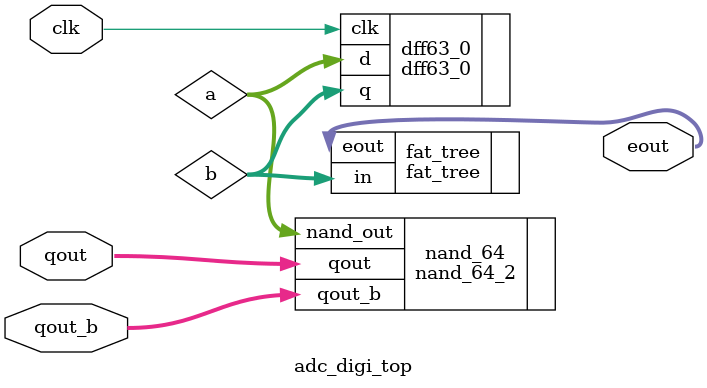
<source format=v>
module adc_digi_top (qout,qout_b, eout,clk);
   input [31:0] qout;
      input [31:0] qout_b;
   input 	   clk;
   output [5:0]  eout;
   wire [63:0]	 a;
   wire [63:0]	 b;
   
   
   nand_64_2 nand_64(.qout(qout), .qout_b(qout_b), .nand_out(a));
   dff63_0 dff63_0(.d(a),.clk(clk), .q(b));
   fat_tree fat_tree(.in(b), .eout(eout));
   

   
endmodule

</source>
